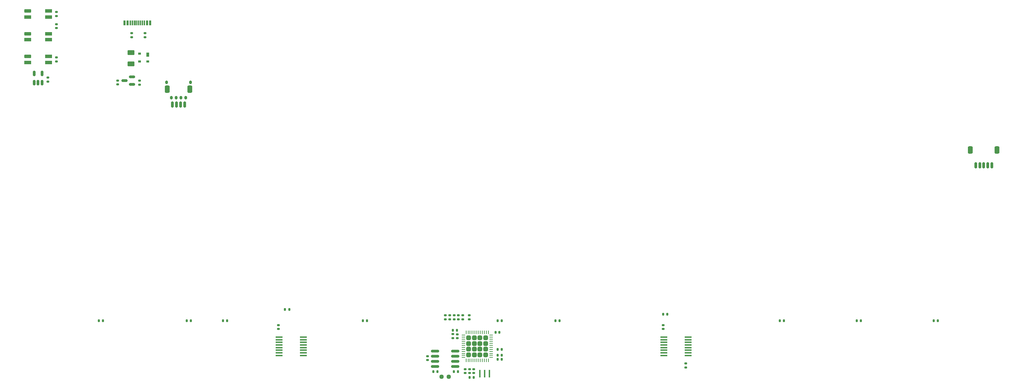
<source format=gbr>
%TF.GenerationSoftware,KiCad,Pcbnew,8.0.8*%
%TF.CreationDate,2025-03-01T16:07:24+01:00*%
%TF.ProjectId,the-nicholas-van prototype,7468652d-6e69-4636-986f-6c61732d7661,rev?*%
%TF.SameCoordinates,Original*%
%TF.FileFunction,Paste,Bot*%
%TF.FilePolarity,Positive*%
%FSLAX46Y46*%
G04 Gerber Fmt 4.6, Leading zero omitted, Abs format (unit mm)*
G04 Created by KiCad (PCBNEW 8.0.8) date 2025-03-01 16:07:24*
%MOMM*%
%LPD*%
G01*
G04 APERTURE LIST*
G04 Aperture macros list*
%AMRoundRect*
0 Rectangle with rounded corners*
0 $1 Rounding radius*
0 $2 $3 $4 $5 $6 $7 $8 $9 X,Y pos of 4 corners*
0 Add a 4 corners polygon primitive as box body*
4,1,4,$2,$3,$4,$5,$6,$7,$8,$9,$2,$3,0*
0 Add four circle primitives for the rounded corners*
1,1,$1+$1,$2,$3*
1,1,$1+$1,$4,$5*
1,1,$1+$1,$6,$7*
1,1,$1+$1,$8,$9*
0 Add four rect primitives between the rounded corners*
20,1,$1+$1,$2,$3,$4,$5,0*
20,1,$1+$1,$4,$5,$6,$7,0*
20,1,$1+$1,$6,$7,$8,$9,0*
20,1,$1+$1,$8,$9,$2,$3,0*%
G04 Aperture macros list end*
%ADD10RoundRect,0.140000X-0.170000X0.140000X-0.170000X-0.140000X0.170000X-0.140000X0.170000X0.140000X0*%
%ADD11RoundRect,0.135000X-0.185000X0.135000X-0.185000X-0.135000X0.185000X-0.135000X0.185000X0.135000X0*%
%ADD12RoundRect,0.135000X-0.135000X-0.185000X0.135000X-0.185000X0.135000X0.185000X-0.135000X0.185000X0*%
%ADD13RoundRect,0.135000X0.135000X0.185000X-0.135000X0.185000X-0.135000X-0.185000X0.135000X-0.185000X0*%
%ADD14R,0.400000X1.900000*%
%ADD15RoundRect,0.140000X0.170000X-0.140000X0.170000X0.140000X-0.170000X0.140000X-0.170000X-0.140000X0*%
%ADD16RoundRect,0.250000X0.315000X-0.315000X0.315000X0.315000X-0.315000X0.315000X-0.315000X-0.315000X0*%
%ADD17RoundRect,0.062500X0.062500X-0.375000X0.062500X0.375000X-0.062500X0.375000X-0.062500X-0.375000X0*%
%ADD18RoundRect,0.062500X0.375000X-0.062500X0.375000X0.062500X-0.375000X0.062500X-0.375000X-0.062500X0*%
%ADD19R,1.778000X0.419100*%
%ADD20RoundRect,0.150000X-0.150000X-0.625000X0.150000X-0.625000X0.150000X0.625000X-0.150000X0.625000X0*%
%ADD21RoundRect,0.250000X-0.350000X-0.650000X0.350000X-0.650000X0.350000X0.650000X-0.350000X0.650000X0*%
%ADD22R,0.700000X1.000000*%
%ADD23R,0.700000X0.600000*%
%ADD24RoundRect,0.250000X-0.625000X0.375000X-0.625000X-0.375000X0.625000X-0.375000X0.625000X0.375000X0*%
%ADD25R,1.700000X0.820000*%
%ADD26RoundRect,0.205000X0.645000X0.205000X-0.645000X0.205000X-0.645000X-0.205000X0.645000X-0.205000X0*%
%ADD27RoundRect,0.150000X-0.825000X-0.150000X0.825000X-0.150000X0.825000X0.150000X-0.825000X0.150000X0*%
%ADD28RoundRect,0.150000X0.587500X0.150000X-0.587500X0.150000X-0.587500X-0.150000X0.587500X-0.150000X0*%
%ADD29R,0.600000X1.300000*%
%ADD30R,0.300000X1.300000*%
%ADD31RoundRect,0.150000X0.150000X-0.512500X0.150000X0.512500X-0.150000X0.512500X-0.150000X-0.512500X0*%
%ADD32RoundRect,0.140000X-0.140000X-0.170000X0.140000X-0.170000X0.140000X0.170000X-0.140000X0.170000X0*%
%ADD33RoundRect,0.135000X0.185000X-0.135000X0.185000X0.135000X-0.185000X0.135000X-0.185000X-0.135000X0*%
%ADD34RoundRect,0.140000X0.140000X0.170000X-0.140000X0.170000X-0.140000X-0.170000X0.140000X-0.170000X0*%
%ADD35RoundRect,0.150000X-0.150000X-0.275000X0.150000X-0.275000X0.150000X0.275000X-0.150000X0.275000X0*%
%ADD36RoundRect,0.175000X-0.175000X-0.225000X0.175000X-0.225000X0.175000X0.225000X-0.175000X0.225000X0*%
%ADD37RoundRect,0.237500X0.250000X0.237500X-0.250000X0.237500X-0.250000X-0.237500X0.250000X-0.237500X0*%
G04 APERTURE END LIST*
D10*
%TO.C,C6*%
X139442322Y-140577223D03*
X139442322Y-141537223D03*
%TD*%
D11*
%TO.C,R6*%
X137707458Y-127253239D03*
X137707458Y-128273239D03*
%TD*%
D12*
%TO.C,R15*%
X69389148Y-128587500D03*
X70409148Y-128587500D03*
%TD*%
%TO.C,R24*%
X216183750Y-128587500D03*
X217203750Y-128587500D03*
%TD*%
D11*
%TO.C,R4*%
X135578946Y-127225266D03*
X135578946Y-128245266D03*
%TD*%
D13*
%TO.C,R19*%
X131478750Y-141193750D03*
X130458750Y-141193750D03*
%TD*%
D14*
%TO.C,Y1*%
X141957464Y-141748285D03*
X143157464Y-141748285D03*
X144357464Y-141748285D03*
%TD*%
D15*
%TO.C,C15*%
X37100000Y-53032500D03*
X37100000Y-52072500D03*
%TD*%
D12*
%TO.C,R26*%
X254283750Y-128577309D03*
X255303750Y-128577309D03*
%TD*%
D16*
%TO.C,U1*%
X139187500Y-137037500D03*
X140587500Y-137037500D03*
X141987500Y-137037500D03*
X143387500Y-137037500D03*
X139187500Y-135637500D03*
X140587500Y-135637500D03*
X141987500Y-135637500D03*
X143387500Y-135637500D03*
X139187500Y-134237500D03*
X140587500Y-134237500D03*
X141987500Y-134237500D03*
X143387500Y-134237500D03*
X139187500Y-132837500D03*
X140587500Y-132837500D03*
X141987500Y-132837500D03*
X143387500Y-132837500D03*
D17*
X144037500Y-138375000D03*
X143537500Y-138375000D03*
X143037500Y-138375000D03*
X142537500Y-138375000D03*
X142037500Y-138375000D03*
X141537500Y-138375000D03*
X141037500Y-138375000D03*
X140537500Y-138375000D03*
X140037500Y-138375000D03*
X139537500Y-138375000D03*
X139037500Y-138375000D03*
X138537500Y-138375000D03*
D18*
X137850000Y-137687500D03*
X137850000Y-137187500D03*
X137850000Y-136687500D03*
X137850000Y-136187500D03*
X137850000Y-135687500D03*
X137850000Y-135187500D03*
X137850000Y-134687500D03*
X137850000Y-134187500D03*
X137850000Y-133687500D03*
X137850000Y-133187500D03*
X137850000Y-132687500D03*
X137850000Y-132187500D03*
D17*
X138537500Y-131500000D03*
X139037500Y-131500000D03*
X139537500Y-131500000D03*
X140037500Y-131500000D03*
X140537500Y-131500000D03*
X141037500Y-131500000D03*
X141537500Y-131500000D03*
X142037500Y-131500000D03*
X142537500Y-131500000D03*
X143037500Y-131500000D03*
X143537500Y-131500000D03*
X144037500Y-131500000D03*
D18*
X144725000Y-132187500D03*
X144725000Y-132687500D03*
X144725000Y-133187500D03*
X144725000Y-133687500D03*
X144725000Y-134187500D03*
X144725000Y-134687500D03*
X144725000Y-135187500D03*
X144725000Y-135687500D03*
X144725000Y-136187500D03*
X144725000Y-136687500D03*
X144725000Y-137187500D03*
X144725000Y-137687500D03*
%TD*%
D10*
%TO.C,C13*%
X138345929Y-140577223D03*
X138345929Y-141537223D03*
%TD*%
D11*
%TO.C,R12*%
X55753000Y-57275000D03*
X55753000Y-58295000D03*
%TD*%
D19*
%TO.C,U6*%
X193474340Y-132664200D03*
X193474340Y-133314440D03*
X193474340Y-133964680D03*
X193474340Y-134614920D03*
X193474340Y-135260080D03*
X193474340Y-135910320D03*
X193474340Y-136560560D03*
X193474340Y-137210800D03*
X187525660Y-137210800D03*
X187525660Y-136560560D03*
X187525660Y-135910320D03*
X187525660Y-135260080D03*
X187525660Y-134614920D03*
X187525660Y-133964680D03*
X187525660Y-133314440D03*
X187525660Y-132664200D03*
%TD*%
D20*
%TO.C,J1*%
X65843750Y-75025000D03*
X66843750Y-75025000D03*
X67843750Y-75025000D03*
X68843750Y-75025000D03*
D21*
X64543750Y-71150000D03*
X70143750Y-71150000D03*
%TD*%
D13*
%TO.C,R17*%
X94752704Y-125829190D03*
X93732704Y-125829190D03*
%TD*%
D22*
%TO.C,D1*%
X59735621Y-62604972D03*
D23*
X59735621Y-64304972D03*
X57735621Y-64304972D03*
X57735621Y-62404972D03*
%TD*%
D19*
%TO.C,U4*%
X98224340Y-132664200D03*
X98224340Y-133314440D03*
X98224340Y-133964680D03*
X98224340Y-134614920D03*
X98224340Y-135260080D03*
X98224340Y-135910320D03*
X98224340Y-136560560D03*
X98224340Y-137210800D03*
X92275660Y-137210800D03*
X92275660Y-136560560D03*
X92275660Y-135910320D03*
X92275660Y-135260080D03*
X92275660Y-134614920D03*
X92275660Y-133964680D03*
X92275660Y-133314440D03*
X92275660Y-132664200D03*
%TD*%
D20*
%TO.C,J4*%
X264700000Y-90106250D03*
X265700000Y-90106250D03*
X266700000Y-90106250D03*
X267700000Y-90106250D03*
X268700000Y-90106250D03*
D21*
X263400000Y-86231250D03*
X270000000Y-86231250D03*
%TD*%
D11*
%TO.C,R5*%
X136652000Y-127235871D03*
X136652000Y-128255871D03*
%TD*%
D13*
%TO.C,R21*%
X161641250Y-128587500D03*
X160621250Y-128587500D03*
%TD*%
D10*
%TO.C,C7*%
X140445929Y-140584658D03*
X140445929Y-141544658D03*
%TD*%
D11*
%TO.C,R3*%
X134493000Y-127226234D03*
X134493000Y-128246234D03*
%TD*%
D12*
%TO.C,R11*%
X146333750Y-135731250D03*
X147353750Y-135731250D03*
%TD*%
D24*
%TO.C,F_USBC1*%
X55562500Y-62100000D03*
X55562500Y-64900000D03*
%TD*%
D12*
%TO.C,R8*%
X139439723Y-142663937D03*
X140459723Y-142663937D03*
%TD*%
D25*
%TO.C,LED1*%
X35150000Y-64567500D03*
X35150000Y-63067500D03*
D26*
X30050000Y-63067500D03*
D25*
X30050000Y-64567500D03*
%TD*%
D12*
%TO.C,R16*%
X47625000Y-128587500D03*
X48645000Y-128587500D03*
%TD*%
D15*
%TO.C,C1*%
X136331787Y-132911388D03*
X136331787Y-131951388D03*
%TD*%
%TO.C,C17*%
X37100000Y-64297500D03*
X37100000Y-63337500D03*
%TD*%
D25*
%TO.C,LED3*%
X35149000Y-53302500D03*
X35149000Y-51802500D03*
D26*
X30049000Y-51802500D03*
D25*
X30049000Y-53302500D03*
%TD*%
D13*
%TO.C,R18*%
X114009913Y-128577309D03*
X112989913Y-128577309D03*
%TD*%
D11*
%TO.C,R13*%
X59055000Y-57275000D03*
X59055000Y-58295000D03*
%TD*%
D27*
%TO.C,U5*%
X130875000Y-139923750D03*
X130875000Y-138653750D03*
X130875000Y-137383750D03*
X130875000Y-136113750D03*
X135825000Y-136113750D03*
X135825000Y-137383750D03*
X135825000Y-138653750D03*
X135825000Y-139923750D03*
%TD*%
D12*
%TO.C,R25*%
X235233750Y-128587500D03*
X236253750Y-128587500D03*
%TD*%
D28*
%TO.C,U2*%
X55854439Y-68106250D03*
X55854439Y-70006250D03*
X53979439Y-69056250D03*
%TD*%
D10*
%TO.C,C8*%
X52313712Y-69068759D03*
X52313712Y-70028759D03*
%TD*%
D29*
%TO.C,J3*%
X53950000Y-54800000D03*
X54750000Y-54800000D03*
D30*
X55900000Y-54800000D03*
X56900000Y-54800000D03*
X57400000Y-54800000D03*
X58400000Y-54800000D03*
D29*
X59550000Y-54800000D03*
X60350000Y-54800000D03*
D30*
X58900000Y-54800000D03*
X57900000Y-54800000D03*
X56400000Y-54800000D03*
X55400000Y-54800000D03*
%TD*%
D15*
%TO.C,C9*%
X57702555Y-70069871D03*
X57702555Y-69109871D03*
%TD*%
D31*
%TO.C,U3*%
X33550000Y-69547375D03*
X32600000Y-69547375D03*
X31650000Y-69547375D03*
X31650000Y-67272375D03*
X33550000Y-67272375D03*
%TD*%
D12*
%TO.C,R20*%
X187323000Y-127000000D03*
X188343000Y-127000000D03*
%TD*%
D15*
%TO.C,C16*%
X37115180Y-56042500D03*
X37115180Y-55082500D03*
%TD*%
D32*
%TO.C,C5*%
X146375680Y-137121052D03*
X147335680Y-137121052D03*
%TD*%
D15*
%TO.C,C12*%
X129007714Y-138333131D03*
X129007714Y-137373131D03*
%TD*%
D25*
%TO.C,LED2*%
X35149000Y-58935000D03*
X35149000Y-57435000D03*
D26*
X30049000Y-57435000D03*
D25*
X30049000Y-58935000D03*
%TD*%
D33*
%TO.C,R1*%
X139319000Y-128271660D03*
X139319000Y-127251660D03*
%TD*%
D13*
%TO.C,R22*%
X147353750Y-128587500D03*
X146333750Y-128587500D03*
%TD*%
D32*
%TO.C,C2*%
X146386593Y-138167485D03*
X147346593Y-138167485D03*
%TD*%
D34*
%TO.C,C3*%
X136243000Y-130937000D03*
X135283000Y-130937000D03*
%TD*%
D12*
%TO.C,R7*%
X135505000Y-141193750D03*
X136525000Y-141193750D03*
%TD*%
D32*
%TO.C,C4*%
X145851250Y-131481250D03*
X146811250Y-131481250D03*
%TD*%
D11*
%TO.C,R9*%
X135252011Y-131903511D03*
X135252011Y-132923511D03*
%TD*%
D35*
%TO.C,J2*%
X65543750Y-73312500D03*
X66743750Y-73312500D03*
X67943750Y-73312500D03*
X69143750Y-73312500D03*
D36*
X64393750Y-69537500D03*
X70293750Y-69537500D03*
%TD*%
D13*
%TO.C,R10*%
X79375000Y-128587500D03*
X78355000Y-128587500D03*
%TD*%
D11*
%TO.C,R2*%
X133428916Y-127218308D03*
X133428916Y-128238308D03*
%TD*%
D15*
%TO.C,C11*%
X92075000Y-130655000D03*
X92075000Y-129695000D03*
%TD*%
%TO.C,C14*%
X187325000Y-130655000D03*
X187325000Y-129695000D03*
%TD*%
D11*
%TO.C,R23*%
X192881250Y-139190000D03*
X192881250Y-140210000D03*
%TD*%
D37*
%TO.C,JP1*%
X134279692Y-142496607D03*
X132454692Y-142496607D03*
%TD*%
D10*
%TO.C,C18*%
X35052000Y-68354000D03*
X35052000Y-69314000D03*
%TD*%
M02*

</source>
